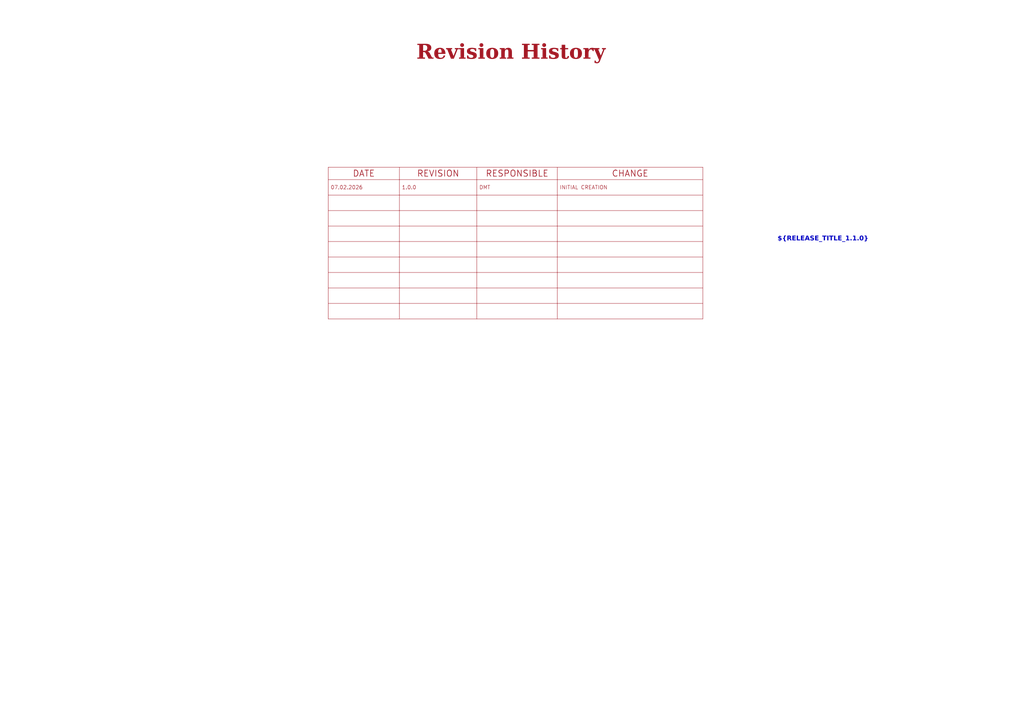
<source format=kicad_sch>
(kicad_sch
	(version 20250114)
	(generator "eeschema")
	(generator_version "9.0")
	(uuid "ea8c4f5e-7a49-4faf-a994-dbc85ed86b0a")
	(paper "A3")
	(title_block
		(title "Revision History")
		(date "2026-02-05")
		(rev "1.0.0")
		(company "DvidMakesThings")
	)
	(lib_symbols)
	(text_box "Revision History"
		(exclude_from_sim no)
		(at 12.7 15.24 0)
		(size 393.7 12.7)
		(margins 4.4999 4.4999 4.4999 4.4999)
		(stroke
			(width -0.0001)
			(type solid)
		)
		(fill
			(type none)
		)
		(effects
			(font
				(face "Times New Roman")
				(size 6 6)
				(thickness 1.2)
				(bold yes)
				(color 162 22 34 1)
			)
		)
		(uuid "20a0a094-ac98-46df-bdac-21d5721f7697")
	)
	(text_box "${RELEASE_TITLE_1.1.0}"
		(exclude_from_sim no)
		(at 317.5 95.25 0)
		(size 57.15 7.62)
		(margins 1.4287 1.4287 1.4287 1.4287)
		(stroke
			(width -0.0001)
			(type default)
		)
		(fill
			(type none)
		)
		(effects
			(font
				(face "Arial")
				(size 1.905 1.905)
				(thickness 0.254)
				(bold yes)
			)
			(justify left top)
		)
		(uuid "f47af890-f55a-44bf-b54f-b7df3adde008")
	)
	(table
		(column_count 4)
		(border
			(external yes)
			(header yes)
			(stroke
				(width 0)
				(type solid)
				(color 162 22 34 1)
			)
		)
		(separators
			(rows yes)
			(cols yes)
			(stroke
				(width 0)
				(type solid)
				(color 162 22 34 1)
			)
		)
		(column_widths 29.21 31.75 33.02 59.69)
		(row_heights 5.08 6.35 6.35 6.35 6.35 6.35 6.35 6.35 6.35 6.35)
		(cells
			(table_cell "DATE"
				(exclude_from_sim no)
				(at 134.62 68.58 0)
				(size 29.21 5.08)
				(margins 0.9525 0.9525 0.9525 0.9525)
				(span 1 1)
				(fill
					(type none)
				)
				(effects
					(font
						(size 2.54 2.54)
						(thickness 0.254)
						(bold yes)
						(color 162 22 34 1)
					)
				)
				(uuid "16d3312a-dd6f-4b7b-9fa6-38979e59d98e")
			)
			(table_cell "REVISION"
				(exclude_from_sim no)
				(at 163.83 68.58 0)
				(size 31.75 5.08)
				(margins 0.9525 0.9525 0.9525 0.9525)
				(span 1 1)
				(fill
					(type none)
				)
				(effects
					(font
						(size 2.54 2.54)
						(thickness 0.254)
						(bold yes)
						(color 162 22 34 1)
					)
				)
				(uuid "6cc6e718-7cfc-4fff-a1bf-3657f4bf5fd3")
			)
			(table_cell "RESPONSIBLE"
				(exclude_from_sim no)
				(at 195.58 68.58 0)
				(size 33.02 5.08)
				(margins 0.9525 0.9525 0.9525 0.9525)
				(span 1 1)
				(fill
					(type none)
				)
				(effects
					(font
						(size 2.54 2.54)
						(thickness 0.254)
						(bold yes)
						(color 162 22 34 1)
					)
				)
				(uuid "693f57fd-a39f-4138-abba-78c321743fcc")
			)
			(table_cell "CHANGE"
				(exclude_from_sim no)
				(at 228.6 68.58 0)
				(size 59.69 5.08)
				(margins 0.9525 0.9525 0.9525 0.9525)
				(span 1 1)
				(fill
					(type none)
				)
				(effects
					(font
						(size 2.54 2.54)
						(thickness 0.254)
						(bold yes)
						(color 162 22 34 1)
					)
				)
				(uuid "2c374fd7-404f-4487-a550-6559a77409ac")
			)
			(table_cell "07.02.2026"
				(exclude_from_sim no)
				(at 134.62 73.66 0)
				(size 29.21 6.35)
				(margins 0.9525 0.9525 0.9525 0.9525)
				(span 1 1)
				(fill
					(type none)
				)
				(effects
					(font
						(size 1.524 1.524)
						(color 162 22 34 1)
					)
					(justify left)
				)
				(uuid "dfc021c2-fd96-4e49-8a52-8d8665dc49f2")
			)
			(table_cell "1.0.0"
				(exclude_from_sim no)
				(at 163.83 73.66 0)
				(size 31.75 6.35)
				(margins 0.9525 0.9525 0.9525 0.9525)
				(span 1 1)
				(fill
					(type none)
				)
				(effects
					(font
						(size 1.524 1.524)
						(color 162 22 34 1)
					)
					(justify left)
				)
				(uuid "a86f2bb3-da39-4ed5-b3e7-5200eac4e4fd")
			)
			(table_cell "DMT"
				(exclude_from_sim no)
				(at 195.58 73.66 0)
				(size 33.02 6.35)
				(margins 0.9525 0.9525 0.9525 0.9525)
				(span 1 1)
				(fill
					(type none)
				)
				(effects
					(font
						(size 1.524 1.524)
						(color 162 22 34 1)
					)
					(justify left)
				)
				(uuid "8a47b5a1-1d7d-415a-a3d8-8e00f425fd9a")
			)
			(table_cell "INITIAL CREATION"
				(exclude_from_sim no)
				(at 228.6 73.66 0)
				(size 59.69 6.35)
				(margins 0.9525 0.9525 0.9525 0.9525)
				(span 1 1)
				(fill
					(type none)
				)
				(effects
					(font
						(size 1.524 1.524)
						(color 162 22 34 1)
					)
					(justify left)
				)
				(uuid "fa542104-d51f-4d7a-88f9-cec2d6fb4108")
			)
			(table_cell ""
				(exclude_from_sim no)
				(at 134.62 80.01 0)
				(size 29.21 6.35)
				(margins 0.9525 0.9525 0.9525 0.9525)
				(span 1 1)
				(fill
					(type none)
				)
				(effects
					(font
						(size 1.524 1.524)
						(color 162 22 34 1)
					)
					(justify left)
				)
				(uuid "e42ffa47-4e45-4c87-98ea-1e4560e65b0c")
			)
			(table_cell ""
				(exclude_from_sim no)
				(at 163.83 80.01 0)
				(size 31.75 6.35)
				(margins 0.9525 0.9525 0.9525 0.9525)
				(span 1 1)
				(fill
					(type none)
				)
				(effects
					(font
						(size 1.524 1.524)
						(color 162 22 34 1)
					)
					(justify left)
				)
				(uuid "c5eb51ab-37c1-40b1-bbc4-968bdf5c2767")
			)
			(table_cell ""
				(exclude_from_sim no)
				(at 195.58 80.01 0)
				(size 33.02 6.35)
				(margins 0.9525 0.9525 0.9525 0.9525)
				(span 1 1)
				(fill
					(type none)
				)
				(effects
					(font
						(size 1.524 1.524)
						(color 162 22 34 1)
					)
					(justify left)
				)
				(uuid "f6810b22-ac18-4310-9d50-005e705f77c4")
			)
			(table_cell ""
				(exclude_from_sim no)
				(at 228.6 80.01 0)
				(size 59.69 6.35)
				(margins 0.9525 0.9525 0.9525 0.9525)
				(span 1 1)
				(fill
					(type none)
				)
				(effects
					(font
						(size 1.524 1.524)
						(color 162 22 34 1)
					)
					(justify left)
				)
				(uuid "fea7abcc-e785-405b-a857-42485568bb27")
			)
			(table_cell ""
				(exclude_from_sim no)
				(at 134.62 86.36 0)
				(size 29.21 6.35)
				(margins 0.9525 0.9525 0.9525 0.9525)
				(span 1 1)
				(fill
					(type none)
				)
				(effects
					(font
						(size 1.524 1.524)
						(color 162 22 34 1)
					)
					(justify left)
				)
				(uuid "314ef04e-31da-433d-9fca-5cb78c826994")
			)
			(table_cell ""
				(exclude_from_sim no)
				(at 163.83 86.36 0)
				(size 31.75 6.35)
				(margins 0.9525 0.9525 0.9525 0.9525)
				(span 1 1)
				(fill
					(type none)
				)
				(effects
					(font
						(size 1.524 1.524)
						(color 162 22 34 1)
					)
					(justify left)
				)
				(uuid "05e10494-0e22-4e0d-82b5-cc1ac8351115")
			)
			(table_cell ""
				(exclude_from_sim no)
				(at 195.58 86.36 0)
				(size 33.02 6.35)
				(margins 0.9525 0.9525 0.9525 0.9525)
				(span 1 1)
				(fill
					(type none)
				)
				(effects
					(font
						(size 1.524 1.524)
						(color 162 22 34 1)
					)
					(justify left)
				)
				(uuid "6a73efd4-07c3-4feb-a275-7943358091d8")
			)
			(table_cell ""
				(exclude_from_sim no)
				(at 228.6 86.36 0)
				(size 59.69 6.35)
				(margins 0.9525 0.9525 0.9525 0.9525)
				(span 1 1)
				(fill
					(type none)
				)
				(effects
					(font
						(size 1.524 1.524)
						(color 162 22 34 1)
					)
					(justify left)
				)
				(uuid "34f58478-2403-400e-8379-f0f62275324b")
			)
			(table_cell ""
				(exclude_from_sim no)
				(at 134.62 92.71 0)
				(size 29.21 6.35)
				(margins 0.9525 0.9525 0.9525 0.9525)
				(span 1 1)
				(fill
					(type none)
				)
				(effects
					(font
						(size 1.524 1.524)
						(color 162 22 34 1)
					)
					(justify left)
				)
				(uuid "3e6931cd-d340-44cd-9fb4-169143e21baf")
			)
			(table_cell ""
				(exclude_from_sim no)
				(at 163.83 92.71 0)
				(size 31.75 6.35)
				(margins 0.9525 0.9525 0.9525 0.9525)
				(span 1 1)
				(fill
					(type none)
				)
				(effects
					(font
						(size 1.524 1.524)
						(color 162 22 34 1)
					)
					(justify left)
				)
				(uuid "6751def7-b039-450d-8bd0-3551086c1e93")
			)
			(table_cell ""
				(exclude_from_sim no)
				(at 195.58 92.71 0)
				(size 33.02 6.35)
				(margins 0.9525 0.9525 0.9525 0.9525)
				(span 1 1)
				(fill
					(type none)
				)
				(effects
					(font
						(size 1.524 1.524)
						(color 162 22 34 1)
					)
					(justify left)
				)
				(uuid "8b197c3a-9872-4348-bd75-8991d9699322")
			)
			(table_cell ""
				(exclude_from_sim no)
				(at 228.6 92.71 0)
				(size 59.69 6.35)
				(margins 0.9525 0.9525 0.9525 0.9525)
				(span 1 1)
				(fill
					(type none)
				)
				(effects
					(font
						(size 1.524 1.524)
						(color 162 22 34 1)
					)
					(justify left)
				)
				(uuid "35725703-dfd6-4e6d-900a-be7133b7b1ab")
			)
			(table_cell ""
				(exclude_from_sim no)
				(at 134.62 99.06 0)
				(size 29.21 6.35)
				(margins 0.9525 0.9525 0.9525 0.9525)
				(span 1 1)
				(fill
					(type none)
				)
				(effects
					(font
						(size 1.524 1.524)
						(color 162 22 34 1)
					)
					(justify left)
				)
				(uuid "27b3661c-8efd-4985-bb11-a7b8468cac88")
			)
			(table_cell ""
				(exclude_from_sim no)
				(at 163.83 99.06 0)
				(size 31.75 6.35)
				(margins 0.9525 0.9525 0.9525 0.9525)
				(span 1 1)
				(fill
					(type none)
				)
				(effects
					(font
						(size 1.524 1.524)
						(color 162 22 34 1)
					)
					(justify left)
				)
				(uuid "d15acc23-7267-48b7-917e-4c6b7c7a1699")
			)
			(table_cell ""
				(exclude_from_sim no)
				(at 195.58 99.06 0)
				(size 33.02 6.35)
				(margins 0.9525 0.9525 0.9525 0.9525)
				(span 1 1)
				(fill
					(type none)
				)
				(effects
					(font
						(size 1.524 1.524)
						(color 162 22 34 1)
					)
					(justify left)
				)
				(uuid "f114fbf9-610d-4e6a-b9d6-a113a0b17089")
			)
			(table_cell ""
				(exclude_from_sim no)
				(at 228.6 99.06 0)
				(size 59.69 6.35)
				(margins 0.9525 0.9525 0.9525 0.9525)
				(span 1 1)
				(fill
					(type none)
				)
				(effects
					(font
						(size 1.524 1.524)
						(color 162 22 34 1)
					)
					(justify left)
				)
				(uuid "fd960594-db21-4860-a159-307eff1e2394")
			)
			(table_cell ""
				(exclude_from_sim no)
				(at 134.62 105.41 0)
				(size 29.21 6.35)
				(margins 0.9525 0.9525 0.9525 0.9525)
				(span 1 1)
				(fill
					(type none)
				)
				(effects
					(font
						(size 1.524 1.524)
						(color 162 22 34 1)
					)
					(justify left)
				)
				(uuid "5f3fada5-ee71-4b9b-ac20-d48126302948")
			)
			(table_cell ""
				(exclude_from_sim no)
				(at 163.83 105.41 0)
				(size 31.75 6.35)
				(margins 0.9525 0.9525 0.9525 0.9525)
				(span 1 1)
				(fill
					(type none)
				)
				(effects
					(font
						(size 1.524 1.524)
						(color 162 22 34 1)
					)
					(justify left)
				)
				(uuid "a75d524f-ec0d-41ad-bcdd-4d92f8b54699")
			)
			(table_cell ""
				(exclude_from_sim no)
				(at 195.58 105.41 0)
				(size 33.02 6.35)
				(margins 0.9525 0.9525 0.9525 0.9525)
				(span 1 1)
				(fill
					(type none)
				)
				(effects
					(font
						(size 1.524 1.524)
						(color 162 22 34 1)
					)
					(justify left)
				)
				(uuid "2c18f980-867d-4d64-9a38-ae19d01ebaac")
			)
			(table_cell ""
				(exclude_from_sim no)
				(at 228.6 105.41 0)
				(size 59.69 6.35)
				(margins 0.9525 0.9525 0.9525 0.9525)
				(span 1 1)
				(fill
					(type none)
				)
				(effects
					(font
						(size 1.524 1.524)
						(color 162 22 34 1)
					)
					(justify left)
				)
				(uuid "2fee5611-1ec1-4225-ba7b-97813ac0ed7d")
			)
			(table_cell ""
				(exclude_from_sim no)
				(at 134.62 111.76 0)
				(size 29.21 6.35)
				(margins 0.9525 0.9525 0.9525 0.9525)
				(span 1 1)
				(fill
					(type none)
				)
				(effects
					(font
						(size 1.524 1.524)
						(color 162 22 34 1)
					)
					(justify left)
				)
				(uuid "61d7d810-d983-47a5-816e-de34721cc934")
			)
			(table_cell ""
				(exclude_from_sim no)
				(at 163.83 111.76 0)
				(size 31.75 6.35)
				(margins 0.9525 0.9525 0.9525 0.9525)
				(span 1 1)
				(fill
					(type none)
				)
				(effects
					(font
						(size 1.524 1.524)
						(color 162 22 34 1)
					)
					(justify left)
				)
				(uuid "50077eb1-bdf8-437a-b587-93246555991f")
			)
			(table_cell ""
				(exclude_from_sim no)
				(at 195.58 111.76 0)
				(size 33.02 6.35)
				(margins 0.9525 0.9525 0.9525 0.9525)
				(span 1 1)
				(fill
					(type none)
				)
				(effects
					(font
						(size 1.524 1.524)
						(color 162 22 34 1)
					)
					(justify left)
				)
				(uuid "1c8b2960-f010-4f0a-92fb-76b19de8dca0")
			)
			(table_cell ""
				(exclude_from_sim no)
				(at 228.6 111.76 0)
				(size 59.69 6.35)
				(margins 0.9525 0.9525 0.9525 0.9525)
				(span 1 1)
				(fill
					(type none)
				)
				(effects
					(font
						(size 1.524 1.524)
						(color 162 22 34 1)
					)
					(justify left)
				)
				(uuid "199316ce-fb9a-486e-ac8b-939e0961b3dc")
			)
			(table_cell ""
				(exclude_from_sim no)
				(at 134.62 118.11 0)
				(size 29.21 6.35)
				(margins 0.9525 0.9525 0.9525 0.9525)
				(span 1 1)
				(fill
					(type none)
				)
				(effects
					(font
						(size 1.524 1.524)
						(color 162 22 34 1)
					)
					(justify left)
				)
				(uuid "4c32011a-c945-431a-88d0-09aef55cbd21")
			)
			(table_cell ""
				(exclude_from_sim no)
				(at 163.83 118.11 0)
				(size 31.75 6.35)
				(margins 0.9525 0.9525 0.9525 0.9525)
				(span 1 1)
				(fill
					(type none)
				)
				(effects
					(font
						(size 1.524 1.524)
						(color 162 22 34 1)
					)
					(justify left)
				)
				(uuid "06504ee7-00b7-49be-ae90-a5ecfb2daaec")
			)
			(table_cell ""
				(exclude_from_sim no)
				(at 195.58 118.11 0)
				(size 33.02 6.35)
				(margins 0.9525 0.9525 0.9525 0.9525)
				(span 1 1)
				(fill
					(type none)
				)
				(effects
					(font
						(size 1.524 1.524)
						(color 162 22 34 1)
					)
					(justify left)
				)
				(uuid "2fb318fa-a7fa-4e5d-ae06-4e04c534fb2c")
			)
			(table_cell ""
				(exclude_from_sim no)
				(at 228.6 118.11 0)
				(size 59.69 6.35)
				(margins 0.9525 0.9525 0.9525 0.9525)
				(span 1 1)
				(fill
					(type none)
				)
				(effects
					(font
						(size 1.524 1.524)
						(color 162 22 34 1)
					)
					(justify left)
				)
				(uuid "e0f6a796-d4cf-4874-bf47-53cf30fb9291")
			)
			(table_cell ""
				(exclude_from_sim no)
				(at 134.62 124.46 0)
				(size 29.21 6.35)
				(margins 0.9525 0.9525 0.9525 0.9525)
				(span 1 1)
				(fill
					(type none)
				)
				(effects
					(font
						(size 1.524 1.524)
						(color 162 22 34 1)
					)
					(justify left)
				)
				(uuid "728ed11b-c87e-4a4e-a7d8-9dbe073d4468")
			)
			(table_cell ""
				(exclude_from_sim no)
				(at 163.83 124.46 0)
				(size 31.75 6.35)
				(margins 0.9525 0.9525 0.9525 0.9525)
				(span 1 1)
				(fill
					(type none)
				)
				(effects
					(font
						(size 1.524 1.524)
						(color 162 22 34 1)
					)
					(justify left)
				)
				(uuid "ca071c46-dcc2-4584-b2ee-4cc3e7086bb4")
			)
			(table_cell ""
				(exclude_from_sim no)
				(at 195.58 124.46 0)
				(size 33.02 6.35)
				(margins 0.9525 0.9525 0.9525 0.9525)
				(span 1 1)
				(fill
					(type none)
				)
				(effects
					(font
						(size 1.524 1.524)
						(color 162 22 34 1)
					)
					(justify left)
				)
				(uuid "6de247db-3a24-4dee-a3df-d11d072a8736")
			)
			(table_cell ""
				(exclude_from_sim no)
				(at 228.6 124.46 0)
				(size 59.69 6.35)
				(margins 0.9525 0.9525 0.9525 0.9525)
				(span 1 1)
				(fill
					(type none)
				)
				(effects
					(font
						(size 1.524 1.524)
						(color 162 22 34 1)
					)
					(justify left)
				)
				(uuid "f90e4358-3658-4d7f-85d4-01679df79d33")
			)
		)
	)
)

</source>
